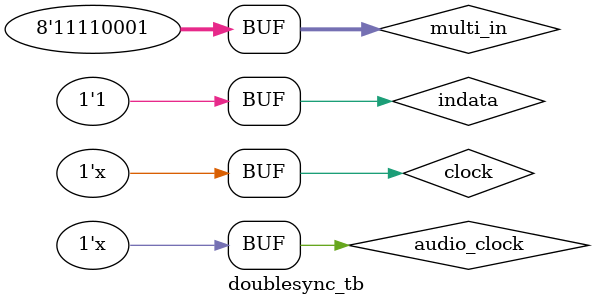
<source format=sv>
`timescale 1ns/10ps

module doublesync_tb();

	reg clock;
	reg audio_clock;

    initial begin
        clock = 0;
        audio_clock = 0;
    end

    // Main clock (50Mhz) has a period of 20ns
    always begin
        #10 clock = ~clock;
    end

    // Audio clock (12Mhz) has a period of 83.33ns
    always begin
        #41.666 audio_clock = ~audio_clock;
    end

    reg indata;
    reg outdata;

	doublesync single(
        .indata(indata),
        .outdata(outdata),
        .clk(audio_clock),
        .reset(1'b0)
	);

    reg [7:0] multi_in;
    reg [7:0] multi_out;

	doublesync #(.WIDTH(8)) multi(
        .indata(multi_in),
        .outdata(multi_out),
        .clk(audio_clock),
        .reset(1'b0)
	);

    initial begin
        #20;

        indata = 1;
        multi_in = 8'b11110001;

        #60;

        assert (multi_in === multi_out);
        assert (indata === outdata);
    end

endmodule

</source>
